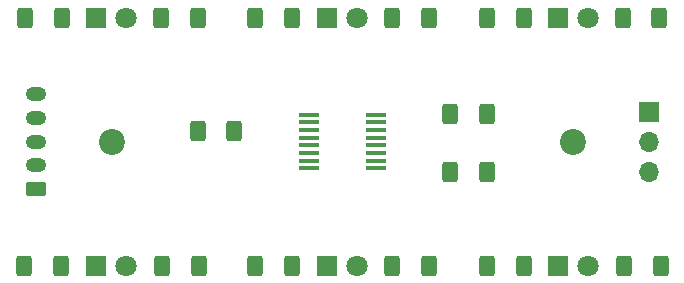
<source format=gbr>
%TF.GenerationSoftware,KiCad,Pcbnew,7.0.8-1.fc38*%
%TF.CreationDate,2023-10-12T23:26:16-06:00*%
%TF.ProjectId,lightPCBV1.1,6c696768-7450-4434-9256-312e312e6b69,rev?*%
%TF.SameCoordinates,Original*%
%TF.FileFunction,Soldermask,Top*%
%TF.FilePolarity,Negative*%
%FSLAX46Y46*%
G04 Gerber Fmt 4.6, Leading zero omitted, Abs format (unit mm)*
G04 Created by KiCad (PCBNEW 7.0.8-1.fc38) date 2023-10-12 23:26:16*
%MOMM*%
%LPD*%
G01*
G04 APERTURE LIST*
G04 Aperture macros list*
%AMRoundRect*
0 Rectangle with rounded corners*
0 $1 Rounding radius*
0 $2 $3 $4 $5 $6 $7 $8 $9 X,Y pos of 4 corners*
0 Add a 4 corners polygon primitive as box body*
4,1,4,$2,$3,$4,$5,$6,$7,$8,$9,$2,$3,0*
0 Add four circle primitives for the rounded corners*
1,1,$1+$1,$2,$3*
1,1,$1+$1,$4,$5*
1,1,$1+$1,$6,$7*
1,1,$1+$1,$8,$9*
0 Add four rect primitives between the rounded corners*
20,1,$1+$1,$2,$3,$4,$5,0*
20,1,$1+$1,$4,$5,$6,$7,0*
20,1,$1+$1,$6,$7,$8,$9,0*
20,1,$1+$1,$8,$9,$2,$3,0*%
G04 Aperture macros list end*
%ADD10RoundRect,0.250000X0.400000X0.625000X-0.400000X0.625000X-0.400000X-0.625000X0.400000X-0.625000X0*%
%ADD11RoundRect,0.250000X-0.400000X-0.625000X0.400000X-0.625000X0.400000X0.625000X-0.400000X0.625000X0*%
%ADD12R,1.676400X0.355600*%
%ADD13R,1.700000X1.700000*%
%ADD14O,1.700000X1.700000*%
%ADD15RoundRect,0.250000X0.625000X-0.350000X0.625000X0.350000X-0.625000X0.350000X-0.625000X-0.350000X0*%
%ADD16O,1.750000X1.200000*%
%ADD17R,1.800000X1.800000*%
%ADD18C,1.800000*%
%ADD19C,2.200000*%
G04 APERTURE END LIST*
D10*
%TO.C,R15*%
X157860000Y-92500000D03*
X160960000Y-92500000D03*
%TD*%
D11*
%TO.C,R14*%
X157860000Y-87600000D03*
X160960000Y-87600000D03*
%TD*%
D12*
%TO.C,U1*%
X145890600Y-87625001D03*
X145890600Y-88274999D03*
X145890600Y-88925001D03*
X145890600Y-89574999D03*
X145890600Y-90224998D03*
X145890600Y-90874999D03*
X145890600Y-91524998D03*
X145890600Y-92174999D03*
X151529400Y-92174999D03*
X151529400Y-91525001D03*
X151529400Y-90874999D03*
X151529400Y-90225001D03*
X151529400Y-89575002D03*
X151529400Y-88925001D03*
X151529400Y-88275002D03*
X151529400Y-87625001D03*
%TD*%
D11*
%TO.C,R2*%
X133460000Y-100400000D03*
X136560000Y-100400000D03*
%TD*%
D10*
%TO.C,R5*%
X164060000Y-100400000D03*
X160960000Y-100400000D03*
%TD*%
D11*
%TO.C,R4*%
X152960000Y-100400000D03*
X156060000Y-100400000D03*
%TD*%
D10*
%TO.C,R7*%
X124960000Y-79400000D03*
X121860000Y-79400000D03*
%TD*%
D13*
%TO.C,J2*%
X174710000Y-87375000D03*
D14*
X174710000Y-89915000D03*
X174710000Y-92455000D03*
%TD*%
D15*
%TO.C,J1*%
X122760000Y-93900000D03*
D16*
X122760000Y-91900000D03*
X122760000Y-89900000D03*
X122760000Y-87900000D03*
X122760000Y-85900000D03*
%TD*%
D10*
%TO.C,R9*%
X144460000Y-79400000D03*
X141360000Y-79400000D03*
%TD*%
D17*
%TO.C,D2*%
X147435000Y-100400000D03*
D18*
X149975000Y-100400000D03*
%TD*%
D11*
%TO.C,R10*%
X152960000Y-79400000D03*
X156060000Y-79400000D03*
%TD*%
D19*
%TO.C,H1*%
X129210000Y-89900000D03*
%TD*%
D11*
%TO.C,R8*%
X133360000Y-79400000D03*
X136460000Y-79400000D03*
%TD*%
D10*
%TO.C,R3*%
X144460000Y-100400000D03*
X141360000Y-100400000D03*
%TD*%
%TO.C,R1*%
X124860000Y-100400000D03*
X121760000Y-100400000D03*
%TD*%
D17*
%TO.C,D3*%
X166990000Y-100400000D03*
D18*
X169530000Y-100400000D03*
%TD*%
D17*
%TO.C,D1*%
X127885000Y-100400000D03*
D18*
X130425000Y-100400000D03*
%TD*%
D11*
%TO.C,R12*%
X172460000Y-79400000D03*
X175560000Y-79400000D03*
%TD*%
D17*
%TO.C,D4*%
X127885000Y-79400000D03*
D18*
X130425000Y-79400000D03*
%TD*%
D17*
%TO.C,D6*%
X166990000Y-79400000D03*
D18*
X169530000Y-79400000D03*
%TD*%
D11*
%TO.C,R13*%
X136460000Y-89000000D03*
X139560000Y-89000000D03*
%TD*%
D10*
%TO.C,R11*%
X164060000Y-79400000D03*
X160960000Y-79400000D03*
%TD*%
D19*
%TO.C,H2*%
X168260000Y-89900000D03*
%TD*%
D11*
%TO.C,R6*%
X172560000Y-100400000D03*
X175660000Y-100400000D03*
%TD*%
D17*
%TO.C,D5*%
X147440000Y-79400000D03*
D18*
X149980000Y-79400000D03*
%TD*%
M02*

</source>
